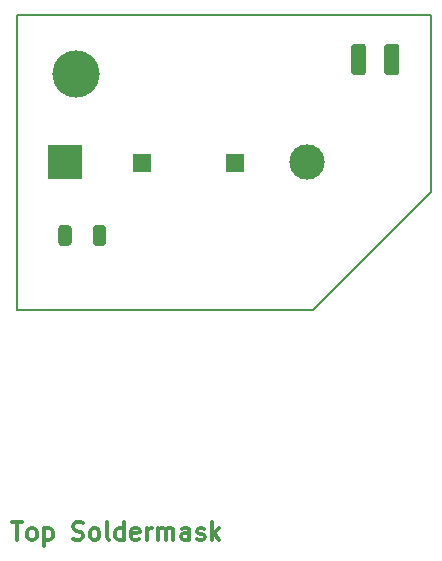
<source format=gbr>
%TF.GenerationSoftware,KiCad,Pcbnew,(5.1.9)-1*%
%TF.CreationDate,2021-07-03T23:42:05+08:00*%
%TF.ProjectId,Task1,5461736b-312e-46b6-9963-61645f706362,rev?*%
%TF.SameCoordinates,Original*%
%TF.FileFunction,Soldermask,Top*%
%TF.FilePolarity,Negative*%
%FSLAX46Y46*%
G04 Gerber Fmt 4.6, Leading zero omitted, Abs format (unit mm)*
G04 Created by KiCad (PCBNEW (5.1.9)-1) date 2021-07-03 23:42:05*
%MOMM*%
%LPD*%
G01*
G04 APERTURE LIST*
%ADD10C,0.300000*%
%TA.AperFunction,Profile*%
%ADD11C,0.200000*%
%TD*%
%ADD12R,1.500000X1.500000*%
%ADD13C,4.000000*%
%ADD14C,3.000000*%
%ADD15R,3.000000X3.000000*%
G04 APERTURE END LIST*
D10*
X79578571Y-132978571D02*
X80435714Y-132978571D01*
X80007142Y-134478571D02*
X80007142Y-132978571D01*
X81150000Y-134478571D02*
X81007142Y-134407142D01*
X80935714Y-134335714D01*
X80864285Y-134192857D01*
X80864285Y-133764285D01*
X80935714Y-133621428D01*
X81007142Y-133550000D01*
X81150000Y-133478571D01*
X81364285Y-133478571D01*
X81507142Y-133550000D01*
X81578571Y-133621428D01*
X81650000Y-133764285D01*
X81650000Y-134192857D01*
X81578571Y-134335714D01*
X81507142Y-134407142D01*
X81364285Y-134478571D01*
X81150000Y-134478571D01*
X82292857Y-133478571D02*
X82292857Y-134978571D01*
X82292857Y-133550000D02*
X82435714Y-133478571D01*
X82721428Y-133478571D01*
X82864285Y-133550000D01*
X82935714Y-133621428D01*
X83007142Y-133764285D01*
X83007142Y-134192857D01*
X82935714Y-134335714D01*
X82864285Y-134407142D01*
X82721428Y-134478571D01*
X82435714Y-134478571D01*
X82292857Y-134407142D01*
X84721428Y-134407142D02*
X84935714Y-134478571D01*
X85292857Y-134478571D01*
X85435714Y-134407142D01*
X85507142Y-134335714D01*
X85578571Y-134192857D01*
X85578571Y-134050000D01*
X85507142Y-133907142D01*
X85435714Y-133835714D01*
X85292857Y-133764285D01*
X85007142Y-133692857D01*
X84864285Y-133621428D01*
X84792857Y-133550000D01*
X84721428Y-133407142D01*
X84721428Y-133264285D01*
X84792857Y-133121428D01*
X84864285Y-133050000D01*
X85007142Y-132978571D01*
X85364285Y-132978571D01*
X85578571Y-133050000D01*
X86435714Y-134478571D02*
X86292857Y-134407142D01*
X86221428Y-134335714D01*
X86150000Y-134192857D01*
X86150000Y-133764285D01*
X86221428Y-133621428D01*
X86292857Y-133550000D01*
X86435714Y-133478571D01*
X86650000Y-133478571D01*
X86792857Y-133550000D01*
X86864285Y-133621428D01*
X86935714Y-133764285D01*
X86935714Y-134192857D01*
X86864285Y-134335714D01*
X86792857Y-134407142D01*
X86650000Y-134478571D01*
X86435714Y-134478571D01*
X87792857Y-134478571D02*
X87650000Y-134407142D01*
X87578571Y-134264285D01*
X87578571Y-132978571D01*
X89007142Y-134478571D02*
X89007142Y-132978571D01*
X89007142Y-134407142D02*
X88864285Y-134478571D01*
X88578571Y-134478571D01*
X88435714Y-134407142D01*
X88364285Y-134335714D01*
X88292857Y-134192857D01*
X88292857Y-133764285D01*
X88364285Y-133621428D01*
X88435714Y-133550000D01*
X88578571Y-133478571D01*
X88864285Y-133478571D01*
X89007142Y-133550000D01*
X90292857Y-134407142D02*
X90150000Y-134478571D01*
X89864285Y-134478571D01*
X89721428Y-134407142D01*
X89650000Y-134264285D01*
X89650000Y-133692857D01*
X89721428Y-133550000D01*
X89864285Y-133478571D01*
X90150000Y-133478571D01*
X90292857Y-133550000D01*
X90364285Y-133692857D01*
X90364285Y-133835714D01*
X89650000Y-133978571D01*
X91007142Y-134478571D02*
X91007142Y-133478571D01*
X91007142Y-133764285D02*
X91078571Y-133621428D01*
X91150000Y-133550000D01*
X91292857Y-133478571D01*
X91435714Y-133478571D01*
X91935714Y-134478571D02*
X91935714Y-133478571D01*
X91935714Y-133621428D02*
X92007142Y-133550000D01*
X92150000Y-133478571D01*
X92364285Y-133478571D01*
X92507142Y-133550000D01*
X92578571Y-133692857D01*
X92578571Y-134478571D01*
X92578571Y-133692857D02*
X92650000Y-133550000D01*
X92792857Y-133478571D01*
X93007142Y-133478571D01*
X93150000Y-133550000D01*
X93221428Y-133692857D01*
X93221428Y-134478571D01*
X94578571Y-134478571D02*
X94578571Y-133692857D01*
X94507142Y-133550000D01*
X94364285Y-133478571D01*
X94078571Y-133478571D01*
X93935714Y-133550000D01*
X94578571Y-134407142D02*
X94435714Y-134478571D01*
X94078571Y-134478571D01*
X93935714Y-134407142D01*
X93864285Y-134264285D01*
X93864285Y-134121428D01*
X93935714Y-133978571D01*
X94078571Y-133907142D01*
X94435714Y-133907142D01*
X94578571Y-133835714D01*
X95221428Y-134407142D02*
X95364285Y-134478571D01*
X95650000Y-134478571D01*
X95792857Y-134407142D01*
X95864285Y-134264285D01*
X95864285Y-134192857D01*
X95792857Y-134050000D01*
X95650000Y-133978571D01*
X95435714Y-133978571D01*
X95292857Y-133907142D01*
X95221428Y-133764285D01*
X95221428Y-133692857D01*
X95292857Y-133550000D01*
X95435714Y-133478571D01*
X95650000Y-133478571D01*
X95792857Y-133550000D01*
X96507142Y-134478571D02*
X96507142Y-132978571D01*
X96650000Y-133907142D02*
X97078571Y-134478571D01*
X97078571Y-133478571D02*
X96507142Y-134050000D01*
D11*
X80000000Y-90000000D02*
X80000000Y-115000000D01*
X115000000Y-105000000D02*
X105000000Y-115000000D01*
X115000000Y-90000000D02*
X115000000Y-105000000D01*
X80000000Y-115000000D02*
X105000000Y-115000000D01*
X80000000Y-90000000D02*
X115000000Y-90000000D01*
%TO.C,R1*%
G36*
G01*
X86400000Y-109325001D02*
X86400000Y-108074999D01*
G75*
G02*
X86649999Y-107825000I249999J0D01*
G01*
X87275001Y-107825000D01*
G75*
G02*
X87525000Y-108074999I0J-249999D01*
G01*
X87525000Y-109325001D01*
G75*
G02*
X87275001Y-109575000I-249999J0D01*
G01*
X86649999Y-109575000D01*
G75*
G02*
X86400000Y-109325001I0J249999D01*
G01*
G37*
G36*
G01*
X83475000Y-109325001D02*
X83475000Y-108074999D01*
G75*
G02*
X83724999Y-107825000I249999J0D01*
G01*
X84350001Y-107825000D01*
G75*
G02*
X84600000Y-108074999I0J-249999D01*
G01*
X84600000Y-109325001D01*
G75*
G02*
X84350001Y-109575000I-249999J0D01*
G01*
X83724999Y-109575000D01*
G75*
G02*
X83475000Y-109325001I0J249999D01*
G01*
G37*
%TD*%
D12*
%TO.C,SW1*%
X90600000Y-102600000D03*
X98400000Y-102600000D03*
%TD*%
D13*
%TO.C,H1*%
X85000000Y-95000000D03*
%TD*%
%TO.C,D1*%
G36*
G01*
X109525000Y-92725000D02*
X109525000Y-94875000D01*
G75*
G02*
X109275000Y-95125000I-250000J0D01*
G01*
X108525000Y-95125000D01*
G75*
G02*
X108275000Y-94875000I0J250000D01*
G01*
X108275000Y-92725000D01*
G75*
G02*
X108525000Y-92475000I250000J0D01*
G01*
X109275000Y-92475000D01*
G75*
G02*
X109525000Y-92725000I0J-250000D01*
G01*
G37*
G36*
G01*
X112325000Y-92725000D02*
X112325000Y-94875000D01*
G75*
G02*
X112075000Y-95125000I-250000J0D01*
G01*
X111325000Y-95125000D01*
G75*
G02*
X111075000Y-94875000I0J250000D01*
G01*
X111075000Y-92725000D01*
G75*
G02*
X111325000Y-92475000I250000J0D01*
G01*
X112075000Y-92475000D01*
G75*
G02*
X112325000Y-92725000I0J-250000D01*
G01*
G37*
%TD*%
D14*
%TO.C,BT1*%
X104490000Y-102500000D03*
D15*
X84000000Y-102500000D03*
%TD*%
M02*

</source>
